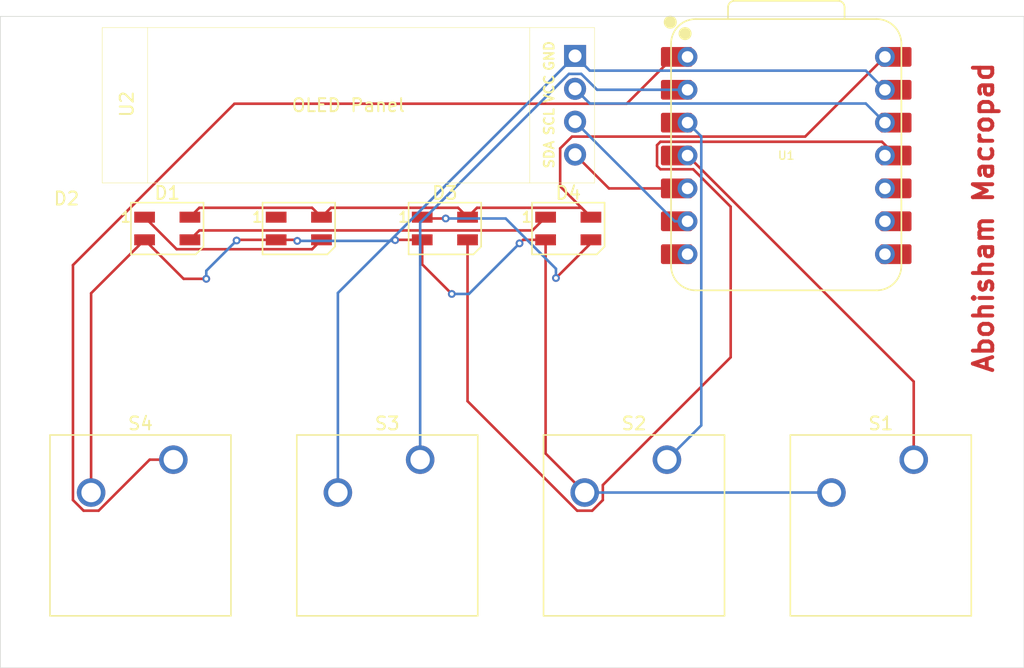
<source format=kicad_pcb>
(kicad_pcb (version 20241229) (generator "pcbnew") (generator_version "9.0")
  (layers (0 "F.Cu" signal) (2 "B.Cu" signal) (13 "F.Paste" user) (15 "B.Paste" user) (5 "F.SilkS" user "F.Silkscreen") (7 "B.SilkS" user "B.Silkscreen") (1 "F.Mask" user) (3 "B.Mask" user) (25 "Edge.Cuts" user))
  (net 0 "")
  (net 1 "GND")
  (net 2 "+5V")
  (net 3 "Net-(D1-DIN)")
  (net 4 "Net-(D1-DOUT)")
  (net 6 "Net-(D3-DOUT)")
  (net 7 "Net-(D3-DIN)")
  (net 8 "Net-(U1-GPIO29{slash}ADC3{slash}A3)")
  (net 9 "Net-(U1-GPIO28{slash}ADC2{slash}A2)")
  (net 10 "Net-(U1-GPIO27{slash}ADC1{slash}A1)")
  (net 11 "Net-(U1-GPIO26{slash}ADC0{slash}A0)")
  (net 14 "SDA")
  (net 15 "3V3")
  (net 18 "SCL")
  (footprint "LED_SMD:LED_SK6812MINI_PLCC4_3.5x3.5mm_P1.75mm" (layer "F.Cu") (at 173.83125 74.69375)
    (property "Reference" "D2" (at -17.93125 -2.30875 0) (layer "F.SilkS"))
    (property "Value" "SK6812MINI")
    (fp_line (start -2.8 -2) (end -2.8 2) (stroke (width 0.12)) (layer "F.SilkS"))
    (fp_line (start -2.8 -2) (end 2.8 -2) (stroke (width 0.12)) (layer "F.SilkS"))
    (fp_line (start -2.8 2) (end 2.2 2) (stroke (width 0.12)) (layer "F.SilkS"))
    (fp_line (start 2.8 1.4) (end 2.2 2) (stroke (width 0.12)) (layer "F.SilkS"))
    (fp_line (start 2.8 1.4) (end 2.8 -2) (stroke (width 0.12)) (layer "F.SilkS"))
    (fp_text user "1" (at -3.2 -0.875 0) (layer "F.SilkS") (effects (font (size 0.8 0.8))))
    (pad "1" smd rect (at -1.75 -0.875) (size 1.6 0.85) (layers "F.Cu" "F.Mask" "F.Paste"))
    (pad "2" smd rect (at -1.75 0.875) (size 1.6 0.85) (layers "F.Cu" "F.Mask" "F.Paste") (net 1 "GND"))
    (pad "3" smd rect (at 1.75 0.875) (size 1.6 0.85) (layers "F.Cu" "F.Mask" "F.Paste") (net 4 "Net-(D1-DOUT)"))
    (pad "4" smd rect (at 1.75 -0.875) (size 1.6 0.85) (layers "F.Cu" "F.Mask" "F.Paste") (net 2 "+5V"))
  )
  (footprint "LED_SMD:LED_SK6812MINI_PLCC4_3.5x3.5mm_P1.75mm" (layer "F.Cu") (at 185.10625 74.69375)
    (property "Reference" "D3" (at 0 -2.75 0) (layer "F.SilkS"))
    (property "Value" "SK6812MINI")
    (fp_line (start -2.8 -2) (end -2.8 2) (stroke (width 0.12)) (layer "F.SilkS"))
    (fp_line (start -2.8 -2) (end 2.8 -2) (stroke (width 0.12)) (layer "F.SilkS"))
    (fp_line (start -2.8 2) (end 2.2 2) (stroke (width 0.12)) (layer "F.SilkS"))
    (fp_line (start 2.8 1.4) (end 2.2 2) (stroke (width 0.12)) (layer "F.SilkS"))
    (fp_line (start 2.8 1.4) (end 2.8 -2) (stroke (width 0.12)) (layer "F.SilkS"))
    (fp_text user "1" (at -3.2 -0.875 0) (layer "F.SilkS") (effects (font (size 0.8 0.8))))
    (pad "1" smd rect (at -1.75 -0.875) (size 1.6 0.85) (layers "F.Cu" "F.Mask" "F.Paste") (net 6 "Net-(D3-DOUT)"))
    (pad "2" smd rect (at -1.75 0.875) (size 1.6 0.85) (layers "F.Cu" "F.Mask" "F.Paste") (net 1 "GND"))
    (pad "3" smd rect (at 1.75 0.875) (size 1.6 0.85) (layers "F.Cu" "F.Mask" "F.Paste") (net 7 "Net-(D3-DIN)"))
    (pad "4" smd rect (at 1.75 -0.875) (size 1.6 0.85) (layers "F.Cu" "F.Mask" "F.Paste") (net 2 "+5V"))
  )
  (footprint "LED_SMD:LED_SK6812MINI_PLCC4_3.5x3.5mm_P1.75mm" (layer "F.Cu") (at 163.675 74.69375)
    (property "Reference" "D1" (at 0 -2.75 0) (layer "F.SilkS"))
    (property "Value" "SK6812MINI")
    (fp_line (start -2.8 -2) (end -2.8 2) (stroke (width 0.12)) (layer "F.SilkS"))
    (fp_line (start -2.8 -2) (end 2.8 -2) (stroke (width 0.12)) (layer "F.SilkS"))
    (fp_line (start -2.8 2) (end 2.2 2) (stroke (width 0.12)) (layer "F.SilkS"))
    (fp_line (start 2.8 1.4) (end 2.2 2) (stroke (width 0.12)) (layer "F.SilkS"))
    (fp_line (start 2.8 1.4) (end 2.8 -2) (stroke (width 0.12)) (layer "F.SilkS"))
    (fp_text user "1" (at -3.2 -0.875 0) (layer "F.SilkS") (effects (font (size 0.8 0.8))))
    (pad "1" smd rect (at -1.75 -0.875) (size 1.6 0.85) (layers "F.Cu" "F.Mask" "F.Paste") (net 4 "Net-(D1-DOUT)"))
    (pad "2" smd rect (at -1.75 0.875) (size 1.6 0.85) (layers "F.Cu" "F.Mask" "F.Paste") (net 1 "GND"))
    (pad "3" smd rect (at 1.75 0.875) (size 1.6 0.85) (layers "F.Cu" "F.Mask" "F.Paste") (net 3 "Net-(D1-DIN)"))
    (pad "4" smd rect (at 1.75 -0.875) (size 1.6 0.85) (layers "F.Cu" "F.Mask" "F.Paste") (net 2 "+5V"))
  )
  (footprint "Button_Switch_Keyboard:SW_Cherry_MX_1.00u_PCB" (layer "F.Cu") (at 221.2975 92.55125)
    (property "Reference" "S1" (at -2.54 -2.794 0) (layer "F.SilkS"))
    (property "Value" "Sw-push")
    (fp_line (start -9.525 -1.905) (end 4.445 -1.905) (stroke (width 0.12)) (layer "F.SilkS"))
    (fp_line (start -9.525 12.065) (end -9.525 -1.905) (stroke (width 0.12)) (layer "F.SilkS"))
    (fp_line (start 4.445 -1.905) (end 4.445 12.065) (stroke (width 0.12)) (layer "F.SilkS"))
    (fp_line (start 4.445 12.065) (end -9.525 12.065) (stroke (width 0.12)) (layer "F.SilkS"))
    (pad "" np_thru_hole circle (at -7.62 5.08) (size 1.7 1.7) (drill 1.7) (layers "*.Cu" "*.Mask"))
    (pad "" np_thru_hole circle (at -2.54 5.08) (size 4 4) (drill 4) (layers "*.Cu" "*.Mask"))
    (pad "" np_thru_hole circle (at 2.54 5.08) (size 1.7 1.7) (drill 1.7) (layers "*.Cu" "*.Mask"))
    (pad "1" thru_hole circle (at 0 0) (size 2.2 2.2) (drill 1.5) (layers "*.Cu" "*.Mask") (net 8 "Net-(U1-GPIO29{slash}ADC3{slash}A3)"))
    (pad "2" thru_hole circle (at -6.35 2.54) (size 2.2 2.2) (drill 1.5) (layers "*.Cu" "*.Mask") (net 1 "GND"))
  )
  (footprint "Button_Switch_Keyboard:SW_Cherry_MX_1.00u_PCB" (layer "F.Cu") (at 202.2475 92.55125)
    (property "Reference" "S2" (at -2.54 -2.794 0) (layer "F.SilkS"))
    (property "Value" "SW-Push")
    (fp_line (start -9.525 -1.905) (end 4.445 -1.905) (stroke (width 0.12)) (layer "F.SilkS"))
    (fp_line (start -9.525 12.065) (end -9.525 -1.905) (stroke (width 0.12)) (layer "F.SilkS"))
    (fp_line (start 4.445 -1.905) (end 4.445 12.065) (stroke (width 0.12)) (layer "F.SilkS"))
    (fp_line (start 4.445 12.065) (end -9.525 12.065) (stroke (width 0.12)) (layer "F.SilkS"))
    (pad "" np_thru_hole circle (at -7.62 5.08) (size 1.7 1.7) (drill 1.7) (layers "*.Cu" "*.Mask"))
    (pad "" np_thru_hole circle (at -2.54 5.08) (size 4 4) (drill 4) (layers "*.Cu" "*.Mask"))
    (pad "" np_thru_hole circle (at 2.54 5.08) (size 1.7 1.7) (drill 1.7) (layers "*.Cu" "*.Mask"))
    (pad "1" thru_hole circle (at 0 0) (size 2.2 2.2) (drill 1.5) (layers "*.Cu" "*.Mask") (net 9 "Net-(U1-GPIO28{slash}ADC2{slash}A2)"))
    (pad "2" thru_hole circle (at -6.35 2.54) (size 2.2 2.2) (drill 1.5) (layers "*.Cu" "*.Mask") (net 1 "GND"))
  )
  (footprint "LED_SMD:LED_SK6812MINI_PLCC4_3.5x3.5mm_P1.75mm" (layer "F.Cu") (at 194.63125 74.69375)
    (property "Reference" "D4" (at 0 -2.75 0) (layer "F.SilkS"))
    (property "Value" "SK6812MINI")
    (fp_line (start -2.8 -2) (end -2.8 2) (stroke (width 0.12)) (layer "F.SilkS"))
    (fp_line (start -2.8 -2) (end 2.8 -2) (stroke (width 0.12)) (layer "F.SilkS"))
    (fp_line (start -2.8 2) (end 2.2 2) (stroke (width 0.12)) (layer "F.SilkS"))
    (fp_line (start 2.8 1.4) (end 2.2 2) (stroke (width 0.12)) (layer "F.SilkS"))
    (fp_line (start 2.8 1.4) (end 2.8 -2) (stroke (width 0.12)) (layer "F.SilkS"))
    (fp_text user "1" (at -3.2 -0.875 0) (layer "F.SilkS") (effects (font (size 0.8 0.8))))
    (pad "1" smd rect (at -1.75 -0.875) (size 1.6 0.85) (layers "F.Cu" "F.Mask" "F.Paste") (net 3 "Net-(D1-DIN)"))
    (pad "2" smd rect (at -1.75 0.875) (size 1.6 0.85) (layers "F.Cu" "F.Mask" "F.Paste") (net 1 "GND"))
    (pad "3" smd rect (at 1.75 0.875) (size 1.6 0.85) (layers "F.Cu" "F.Mask" "F.Paste") (net 6 "Net-(D3-DOUT)"))
    (pad "4" smd rect (at 1.75 -0.875) (size 1.6 0.85) (layers "F.Cu" "F.Mask" "F.Paste") (net 2 "+5V"))
  )
  (footprint "Seeed Studio XIAO Series Library:XIAO-RP2040-DIP" (layer "F.Cu") (at 211.455 69.05625)
    (property "Reference" "U1" (at 0 0 0) (layer "F.SilkS") (effects (font (size 0.635 0.635) (thickness 0.1016))))
    (property "Value" "XIAO-RP2040-DIP")
    (fp_line (start -8.89 8.509) (end -8.89 -8.636) (stroke (width 0.127)) (layer "F.SilkS"))
    (fp_line (start -6.985 10.414) (end 6.985 10.414) (stroke (width 0.127)) (layer "F.SilkS"))
    (fp_line (start -4.495 -10.541) (end -4.491272 -11.451272) (stroke (width 0.127)) (layer "F.SilkS"))
    (fp_line (start -3.991272 -11.951) (end 4.004 -11.951) (stroke (width 0.127)) (layer "F.SilkS"))
    (fp_line (start 4.504 -11.451) (end 4.504 -10.541) (stroke (width 0.127)) (layer "F.SilkS"))
    (fp_line (start 6.985 -10.541) (end -6.985 -10.541) (stroke (width 0.1)) (layer "F.SilkS"))
    (fp_line (start 6.985 -10.541) (end -6.985 -10.541) (stroke (width 0.127)) (layer "F.SilkS"))
    (fp_line (start 8.89 8.509) (end 8.89 -8.636) (stroke (width 0.127)) (layer "F.SilkS"))
    (fp_arc (start -8.89 -8.636) (mid -8.332038 -9.983038) (end -6.985 -10.541) (stroke (width 0.127)) (layer "F.SilkS"))
    (fp_arc (start -6.985 10.414) (mid -8.332038 9.856038) (end -8.89 8.509) (stroke (width 0.127)) (layer "F.SilkS"))
    (fp_arc (start -4.491272 -11.451272) (mid -4.344728 -11.80464) (end -3.991272 -11.951) (stroke (width 0.127)) (layer "F.SilkS"))
    (fp_arc (start 4.004 -11.951) (mid 4.357553 -11.804553) (end 4.504 -11.451) (stroke (width 0.127)) (layer "F.SilkS"))
    (fp_arc (start 6.985 -10.541) (mid 8.332038 -9.983038) (end 8.89 -8.636) (stroke (width 0.127)) (layer "F.SilkS"))
    (fp_arc (start 8.89 8.509) (mid 8.332038 9.856038) (end 6.985 10.414) (stroke (width 0.127)) (layer "F.SilkS"))
    (fp_circle (center -8.95 -10.3) (end -8.95 -10.554) (stroke (width 0.5)) (fill yes) (layer "F.SilkS"))
    (fp_circle (center -7.807 -9.42) (end -7.807 -9.674) (stroke (width 0.5)) (fill yes) (layer "F.SilkS"))
    (pad "1" smd roundrect (at -8.455 -7.62 180) (size 2.432 1.524) (layers "F.Cu" "F.Mask") (roundrect_rratio 0.1) (net 11 "Net-(U1-GPIO26{slash}ADC0{slash}A0)"))
    (pad "1" thru_hole circle (at -7.62 -7.62 180) (size 1.524 1.524) (drill 0.889) (layers "*.Cu" "*.Mask") (net 11 "Net-(U1-GPIO26{slash}ADC0{slash}A0)"))
    (pad "2" smd roundrect (at -8.455 -5.08 180) (size 2.432 1.524) (layers "F.Cu" "F.Mask") (roundrect_rratio 0.1) (net 10 "Net-(U1-GPIO27{slash}ADC1{slash}A1)"))
    (pad "2" thru_hole circle (at -7.62 -5.08 180) (size 1.524 1.524) (drill 0.889) (layers "*.Cu" "*.Mask") (net 10 "Net-(U1-GPIO27{slash}ADC1{slash}A1)"))
    (pad "3" smd roundrect (at -8.455 -2.54 180) (size 2.432 1.524) (layers "F.Cu" "F.Mask") (roundrect_rratio 0.1) (net 9 "Net-(U1-GPIO28{slash}ADC2{slash}A2)"))
    (pad "3" thru_hole circle (at -7.62 -2.54 180) (size 1.524 1.524) (drill 0.889) (layers "*.Cu" "*.Mask") (net 9 "Net-(U1-GPIO28{slash}ADC2{slash}A2)"))
    (pad "4" smd roundrect (at -8.455 0 180) (size 2.432 1.524) (layers "F.Cu" "F.Mask") (roundrect_rratio 0.1) (net 8 "Net-(U1-GPIO29{slash}ADC3{slash}A3)"))
    (pad "4" thru_hole circle (at -7.62 0 180) (size 1.524 1.524) (drill 0.889) (layers "*.Cu" "*.Mask") (net 8 "Net-(U1-GPIO29{slash}ADC3{slash}A3)"))
    (pad "5" smd roundrect (at -8.455 2.54 180) (size 2.432 1.524) (layers "F.Cu" "F.Mask") (roundrect_rratio 0.1) (net 14 "SDA"))
    (pad "5" thru_hole circle (at -7.62 2.54 180) (size 1.524 1.524) (drill 0.889) (layers "*.Cu" "*.Mask") (net 14 "SDA"))
    (pad "6" smd roundrect (at -8.455 5.08 180) (size 2.432 1.524) (layers "F.Cu" "F.Mask") (roundrect_rratio 0.1) (net 18 "SCL"))
    (pad "6" thru_hole circle (at -7.62 5.08 180) (size 1.524 1.524) (drill 0.889) (layers "*.Cu" "*.Mask") (net 18 "SCL"))
    (pad "7" smd roundrect (at -8.455 7.62 180) (size 2.432 1.524) (layers "F.Cu" "F.Mask") (roundrect_rratio 0.1))
    (pad "7" thru_hole circle (at -7.62 7.62 180) (size 1.524 1.524) (drill 0.889) (layers "*.Cu" "*.Mask"))
    (pad "8" thru_hole circle (at 7.62 7.62) (size 1.524 1.524) (drill 0.889) (layers "*.Cu" "*.Mask"))
    (pad "8" smd roundrect (at 8.455 7.62) (size 2.432 1.524) (layers "F.Cu" "F.Mask") (roundrect_rratio 0.1))
    (pad "9" thru_hole circle (at 7.62 5.08) (size 1.524 1.524) (drill 0.889) (layers "*.Cu" "*.Mask"))
    (pad "9" smd roundrect (at 8.455 5.08) (size 2.432 1.524) (layers "F.Cu" "F.Mask") (roundrect_rratio 0.1))
    (pad "10" thru_hole circle (at 7.62 2.54) (size 1.524 1.524) (drill 0.889) (layers "*.Cu" "*.Mask"))
    (pad "10" smd roundrect (at 8.455 2.54) (size 2.432 1.524) (layers "F.Cu" "F.Mask") (roundrect_rratio 0.1))
    (pad "11" thru_hole circle (at 7.62 0) (size 1.524 1.524) (drill 0.889) (layers "*.Cu" "*.Mask") (net 7 "Net-(D3-DIN)"))
    (pad "11" smd roundrect (at 8.455 0) (size 2.432 1.524) (layers "F.Cu" "F.Mask") (roundrect_rratio 0.1) (net 7 "Net-(D3-DIN)"))
    (pad "12" thru_hole circle (at 7.62 -2.54) (size 1.524 1.524) (drill 0.889) (layers "*.Cu" "*.Mask") (net 15 "3V3"))
    (pad "12" smd roundrect (at 8.455 -2.54) (size 2.432 1.524) (layers "F.Cu" "F.Mask") (roundrect_rratio 0.1) (net 15 "3V3"))
    (pad "13" thru_hole circle (at 7.62 -5.08) (size 1.524 1.524) (drill 0.889) (layers "*.Cu" "*.Mask") (net 1 "GND"))
    (pad "13" smd roundrect (at 8.455 -5.08) (size 2.432 1.524) (layers "F.Cu" "F.Mask") (roundrect_rratio 0.1) (net 1 "GND"))
    (pad "14" thru_hole circle (at 7.62 -7.62) (size 1.524 1.524) (drill 0.889) (layers "*.Cu" "*.Mask") (net 2 "+5V"))
    (pad "14" smd roundrect (at 8.455 -7.62) (size 2.432 1.524) (layers "F.Cu" "F.Mask") (roundrect_rratio 0.1) (net 2 "+5V"))
  )
  (footprint "Button_Switch_Keyboard:SW_Cherry_MX_1.00u_PCB" (layer "F.Cu") (at 183.1975 92.55125)
    (property "Reference" "S3" (at -2.54 -2.794 0) (layer "F.SilkS"))
    (property "Value" "SW-push")
    (fp_line (start -9.525 -1.905) (end 4.445 -1.905) (stroke (width 0.12)) (layer "F.SilkS"))
    (fp_line (start -9.525 12.065) (end -9.525 -1.905) (stroke (width 0.12)) (layer "F.SilkS"))
    (fp_line (start 4.445 -1.905) (end 4.445 12.065) (stroke (width 0.12)) (layer "F.SilkS"))
    (fp_line (start 4.445 12.065) (end -9.525 12.065) (stroke (width 0.12)) (layer "F.SilkS"))
    (pad "" np_thru_hole circle (at -7.62 5.08) (size 1.7 1.7) (drill 1.7) (layers "*.Cu" "*.Mask"))
    (pad "" np_thru_hole circle (at -2.54 5.08) (size 4 4) (drill 4) (layers "*.Cu" "*.Mask"))
    (pad "" np_thru_hole circle (at 2.54 5.08) (size 1.7 1.7) (drill 1.7) (layers "*.Cu" "*.Mask"))
    (pad "1" thru_hole circle (at 0 0) (size 2.2 2.2) (drill 1.5) (layers "*.Cu" "*.Mask") (net 10 "Net-(U1-GPIO27{slash}ADC1{slash}A1)"))
    (pad "2" thru_hole circle (at -6.35 2.54) (size 2.2 2.2) (drill 1.5) (layers "*.Cu" "*.Mask") (net 1 "GND"))
  )
  (footprint "Button_Switch_Keyboard:SW_Cherry_MX_1.00u_PCB" (layer "F.Cu") (at 164.1475 92.55125)
    (property "Reference" "S4" (at -2.54 -2.794 0) (layer "F.SilkS"))
    (property "Value" "Sw-push")
    (fp_line (start -9.525 -1.905) (end 4.445 -1.905) (stroke (width 0.12)) (layer "F.SilkS"))
    (fp_line (start -9.525 12.065) (end -9.525 -1.905) (stroke (width 0.12)) (layer "F.SilkS"))
    (fp_line (start 4.445 -1.905) (end 4.445 12.065) (stroke (width 0.12)) (layer "F.SilkS"))
    (fp_line (start 4.445 12.065) (end -9.525 12.065) (stroke (width 0.12)) (layer "F.SilkS"))
    (pad "" np_thru_hole circle (at -7.62 5.08) (size 1.7 1.7) (drill 1.7) (layers "*.Cu" "*.Mask"))
    (pad "" np_thru_hole circle (at -2.54 5.08) (size 4 4) (drill 4) (layers "*.Cu" "*.Mask"))
    (pad "" np_thru_hole circle (at 2.54 5.08) (size 1.7 1.7) (drill 1.7) (layers "*.Cu" "*.Mask"))
    (pad "1" thru_hole circle (at 0 0) (size 2.2 2.2) (drill 1.5) (layers "*.Cu" "*.Mask") (net 11 "Net-(U1-GPIO26{slash}ADC0{slash}A0)"))
    (pad "2" thru_hole circle (at -6.35 2.54) (size 2.2 2.2) (drill 1.5) (layers "*.Cu" "*.Mask") (net 1 "GND"))
  )
  (footprint "oled footprint:SSD1306-0.91-OLED-4pin-128x32" (layer "F.Cu") (at 158.65625 59.1725)
    (property "Reference" "U2" (at 1.9 5.91 90) (layer "F.SilkS"))
    (property "Value" "DM-OLED096-636")
    (fp_line (start 0 0) (end 0 12) (stroke (width 0.04)) (layer "F.SilkS"))
    (fp_line (start 0 12) (end 38 12) (stroke (width 0.04)) (layer "F.SilkS"))
    (fp_line (start 3.5 0) (end 3.5 12) (stroke (width 0.04)) (layer "F.SilkS"))
    (fp_line (start 33 0) (end 33 12) (stroke (width 0.04)) (layer "F.SilkS"))
    (fp_line (start 38 0) (end 0 0) (stroke (width 0.04)) (layer "F.SilkS"))
    (fp_line (start 38 12) (end 38 0) (stroke (width 0.04)) (layer "F.SilkS"))
    (fp_text user "VCC" (at 34.5 4.73 270) (layer "F.SilkS") (effects (font (size 0.75 0.75))))
    (fp_text user "SCL" (at 34.5 7.27 270) (layer "F.SilkS") (effects (font (size 0.75 0.75))))
    (fp_text user "OLED Panel" (at 19 6 0) (layer "F.SilkS"))
    (fp_text user "GND" (at 34.5 2.19 270) (layer "F.SilkS") (effects (font (size 0.75 0.75))))
    (fp_text user "SDA" (at 34.5 9.81 270) (layer "F.SilkS") (effects (font (size 0.75 0.75))))
    (pad "1" thru_hole rect (at 36.5 2.19) (size 1.7 1.7) (drill 1) (layers "*.Cu" "*.Mask") (net 1 "GND"))
    (pad "2" thru_hole oval (at 36.5 4.73) (size 1.7 1.7) (drill 1) (layers "*.Cu" "*.Mask") (net 15 "3V3"))
    (pad "3" thru_hole oval (at 36.5 7.27) (size 1.7 1.7) (drill 1) (layers "*.Cu" "*.Mask") (net 18 "SCL"))
    (pad "4" thru_hole oval (at 36.5 9.81) (size 1.7 1.7) (drill 1) (layers "*.Cu" "*.Mask") (net 14 "SDA"))
  )
  (gr_rect (start 150.79 58.31) (end 229.81 108.62) (stroke (width 0.05)) (fill no) (layer "Edge.Cuts"))
  (gr_text "Abohisham Macropad" (at 227.56 85.97 90) (layer "F.Cu") (effects (font (size 1.5 1.5) (thickness 0.3) (bold yes)) (justify left bottom)))
  (segment (start 192.88125 92.075) (end 192.88125 75.56875) (width 0.2) (layer "F.Cu") (net 1))
  (segment (start 169.08125 75.56875) (end 172.08125 75.56875) (width 0.2) (layer "F.Cu") (net 1))
  (segment (start 190.87 75.84) (end 191.14125 75.56875) (width 0.2) (layer "F.Cu") (net 1))
  (segment (start 161.925 75.56875) (end 164.9375 78.58125) (width 0.2) (layer "F.Cu") (net 1))
  (segment (start 157.7975 79.69625) (end 161.925 75.56875) (width 0.2) (layer "F.Cu") (net 1))
  (segment (start 183.35625 77.46625) (end 185.64 79.75) (width 0.2) (layer "F.Cu") (net 1))
  (segment (start 157.7975 95.09125) (end 157.7975 79.69625) (width 0.2) (layer "F.Cu") (net 1))
  (segment (start 183.35625 75.56875) (end 183.35625 77.46625) (width 0.2) (layer "F.Cu") (net 1))
  (segment (start 195.8975 95.09125) (end 192.88125 92.075) (width 0.2) (layer "F.Cu") (net 1))
  (segment (start 169.03 75.62) (end 169.08125 75.56875) (width 0.2) (layer "F.Cu") (net 1))
  (segment (start 172.08125 75.56875) (end 173.62875 75.56875) (width 0.2) (layer "F.Cu") (net 1))
  (segment (start 181.27 75.59) (end 181.29125 75.56875) (width 0.2) (layer "F.Cu") (net 1))
  (segment (start 181.29125 75.56875) (end 183.35625 75.56875) (width 0.2) (layer "F.Cu") (net 1))
  (segment (start 173.62875 75.56875) (end 173.71 75.65) (width 0.2) (layer "F.Cu") (net 1))
  (segment (start 191.14125 75.56875) (end 192.88125 75.56875) (width 0.2) (layer "F.Cu") (net 1))
  (segment (start 164.9375 78.58125) (end 166.6875 78.58125) (width 0.2) (layer "F.Cu") (net 1))
  (via (at 166.6875 78.58125) (size 0.6) (drill 0.3) (layers "F.Cu" "B.Cu") (net 1))
  (via (at 173.71 75.65) (size 0.6) (drill 0.3) (layers "F.Cu" "B.Cu") (net 1))
  (via (at 190.87 75.84) (size 0.6) (drill 0.3) (layers "F.Cu" "B.Cu") (net 1))
  (via (at 169.03 75.62) (size 0.6) (drill 0.3) (layers "F.Cu" "B.Cu") (net 1))
  (via (at 181.27 75.59) (size 0.6) (drill 0.3) (layers "F.Cu" "B.Cu") (net 1))
  (via (at 185.64 79.75) (size 0.6) (drill 0.3) (layers "F.Cu" "B.Cu") (net 1))
  (segment (start 195.15625 61.3625) (end 196.293 62.49925) (width 0.2) (layer "B.Cu") (net 1))
  (segment (start 166.6875 78.58125) (end 166.6875 77.9625) (width 0.2) (layer "B.Cu") (net 1))
  (segment (start 166.6875 77.9625) (end 169.03 75.62) (width 0.2) (layer "B.Cu") (net 1))
  (segment (start 173.71 75.65) (end 181.21 75.65) (width 0.2) (layer "B.Cu") (net 1))
  (segment (start 176.8475 95.09125) (end 176.8475 79.67125) (width 0.2) (layer "B.Cu") (net 1))
  (segment (start 176.8475 79.67125) (end 195.15625 61.3625) (width 0.2) (layer "B.Cu") (net 1))
  (segment (start 196.293 62.49925) (end 217.598 62.49925) (width 0.2) (layer "B.Cu") (net 1))
  (segment (start 186.96 79.75) (end 190.87 75.84) (width 0.2) (layer "B.Cu") (net 1))
  (segment (start 214.9475 95.09125) (end 195.8975 95.09125) (width 0.2) (layer "B.Cu") (net 1))
  (segment (start 181.21 75.65) (end 181.27 75.59) (width 0.2) (layer "B.Cu") (net 1))
  (segment (start 185.64 79.75) (end 186.96 79.75) (width 0.2) (layer "B.Cu") (net 1))
  (segment (start 217.598 62.49925) (end 219.075 63.97625) (width 0.2) (layer "B.Cu") (net 1))
  (segment (start 187.58225 73.09275) (end 195.65525 73.09275) (width 0.2) (layer "F.Cu") (net 2))
  (segment (start 174.85525 73.09275) (end 175.58125 73.81875) (width 0.2) (layer "F.Cu") (net 2))
  (segment (start 194.91749 67.5935) (end 212.91775 67.5935) (width 0.2) (layer "F.Cu") (net 2))
  (segment (start 166.151 73.09275) (end 174.85525 73.09275) (width 0.2) (layer "F.Cu") (net 2))
  (segment (start 196.38125 73.81875) (end 194.00525 71.44275) (width 0.2) (layer "F.Cu") (net 2))
  (segment (start 194.00525 71.44275) (end 194.00525 68.50574) (width 0.2) (layer "F.Cu") (net 2))
  (segment (start 212.91775 67.5935) (end 219.075 61.43625) (width 0.2) (layer "F.Cu") (net 2))
  (segment (start 165.425 73.81875) (end 166.151 73.09275) (width 0.2) (layer "F.Cu") (net 2))
  (segment (start 186.85625 73.81875) (end 187.58225 73.09275) (width 0.2) (layer "F.Cu") (net 2))
  (segment (start 195.65525 73.09275) (end 196.38125 73.81875) (width 0.2) (layer "F.Cu") (net 2))
  (segment (start 175.58125 73.81875) (end 176.30725 73.09275) (width 0.2) (layer "F.Cu") (net 2))
  (segment (start 176.30725 73.09275) (end 186.13025 73.09275) (width 0.2) (layer "F.Cu") (net 2))
  (segment (start 186.13025 73.09275) (end 186.85625 73.81875) (width 0.2) (layer "F.Cu") (net 2))
  (segment (start 194.00525 68.50574) (end 194.91749 67.5935) (width 0.2) (layer "F.Cu") (net 2))
  (segment (start 166.151 74.84275) (end 191.85725 74.84275) (width 0.2) (layer "F.Cu") (net 3))
  (segment (start 165.425 75.56875) (end 166.151 74.84275) (width 0.2) (layer "F.Cu") (net 3))
  (segment (start 191.85725 74.84275) (end 192.88125 73.81875) (width 0.2) (layer "F.Cu") (net 3))
  (segment (start 161.925 73.81875) (end 164.401 76.29475) (width 0.2) (layer "F.Cu") (net 4))
  (segment (start 164.401 76.29475) (end 174.85525 76.29475) (width 0.2) (layer "F.Cu") (net 4))
  (segment (start 174.85525 76.29475) (end 175.58125 75.56875) (width 0.2) (layer "F.Cu") (net 4))
  (segment (start 183.4575 73.92) (end 183.35625 73.81875) (width 0.2) (layer "F.Cu") (net 6))
  (segment (start 196.38125 75.81875) (end 193.68 78.52) (width 0.2) (layer "F.Cu") (net 6))
  (segment (start 196.38125 75.56875) (end 196.38125 75.81875) (width 0.2) (layer "F.Cu") (net 6))
  (segment (start 185.17 73.92) (end 183.4575 73.92) (width 0.2) (layer "F.Cu") (net 6))
  (via (at 185.17 73.92) (size 0.6) (drill 0.3) (layers "F.Cu" "B.Cu") (net 6))
  (via (at 193.68 78.52) (size 0.6) (drill 0.3) (layers "F.Cu" "B.Cu") (net 6))
  (segment (start 189.799943 73.92) (end 185.17 73.92) (width 0.2) (layer "B.Cu") (net 6))
  (segment (start 193.68 77.800057) (end 189.799943 73.92) (width 0.2) (layer "B.Cu") (net 6))
  (segment (start 193.68 78.52) (end 193.68 77.800057) (width 0.2) (layer "B.Cu") (net 6))
  (segment (start 195.317186 96.49225) (end 196.477814 96.49225) (width 0.2) (layer "F.Cu") (net 7))
  (segment (start 196.477814 96.49225) (end 197.2985 95.671564) (width 0.2) (layer "F.Cu") (net 7))
  (segment (start 197.2985 94.510936) (end 207.16875 84.640686) (width 0.2) (layer "F.Cu") (net 7))
  (segment (start 201.483 69.857876) (end 201.483 68.254624) (width 0.2) (layer "F.Cu") (net 7))
  (segment (start 186.85625 88.031314) (end 195.317186 96.49225) (width 0.2) (layer "F.Cu") (net 7))
  (segment (start 204.27531 70.11925) (end 201.744374 70.11925) (width 0.2) (layer "F.Cu") (net 7))
  (segment (start 201.744374 67.99325) (end 218.847 67.99325) (width 0.2) (layer "F.Cu") (net 7))
  (segment (start 201.744374 70.11925) (end 201.483 69.857876) (width 0.2) (layer "F.Cu") (net 7))
  (segment (start 218.847 67.99325) (end 219.91 69.05625) (width 0.2) (layer "F.Cu") (net 7))
  (segment (start 197.2985 95.671564) (end 197.2985 94.510936) (width 0.2) (layer "F.Cu") (net 7))
  (segment (start 207.16875 84.640686) (end 207.16875 73.01269) (width 0.2) (layer "F.Cu") (net 7))
  (segment (start 207.16875 73.01269) (end 204.27531 70.11925) (width 0.2) (layer "F.Cu") (net 7))
  (segment (start 201.483 68.254624) (end 201.744374 67.99325) (width 0.2) (layer "F.Cu") (net 7))
  (segment (start 186.85625 75.56875) (end 186.85625 88.031314) (width 0.2) (layer "F.Cu") (net 7))
  (segment (start 221.2975 86.51875) (end 203.835 69.05625) (width 0.2) (layer "F.Cu") (net 8))
  (segment (start 221.2975 92.55125) (end 221.2975 86.51875) (width 0.2) (layer "F.Cu") (net 8))
  (segment (start 204.898 89.90075) (end 204.898 67.57925) (width 0.2) (layer "B.Cu") (net 9))
  (segment (start 202.2475 92.55125) (end 204.898 89.90075) (width 0.2) (layer "B.Cu") (net 9))
  (segment (start 204.898 67.57925) (end 203.835 66.51625) (width 0.2) (layer "B.Cu") (net 9))
  (segment (start 183.1975 92.55125) (end 183.1975 74.23349) (width 0.2) (layer "B.Cu") (net 10))
  (segment (start 183.1975 74.23349) (end 194.67949 62.7515) (width 0.2) (layer "B.Cu") (net 10))
  (segment (start 196.85776 63.97625) (end 203.835 63.97625) (width 0.2) (layer "B.Cu") (net 10))
  (segment (start 194.67949 62.7515) (end 195.63301 62.7515) (width 0.2) (layer "B.Cu") (net 10))
  (segment (start 195.63301 62.7515) (end 196.85776 63.97625) (width 0.2) (layer "B.Cu") (net 10))
  (segment (start 162.318814 92.55125) (end 158.377814 96.49225) (width 0.2) (layer "F.Cu") (net 11))
  (segment (start 199.14012 65.0535) (end 202.75737 61.43625) (width 0.2) (layer "F.Cu") (net 11))
  (segment (start 158.377814 96.49225) (end 157.217186 96.49225) (width 0.2) (layer "F.Cu") (net 11))
  (segment (start 157.217186 96.49225) (end 156.3965 95.671564) (width 0.2) (layer "F.Cu") (net 11))
  (segment (start 156.3965 95.671564) (end 156.3965 77.52025) (width 0.2) (layer "F.Cu") (net 11))
  (segment (start 156.3965 77.52025) (end 168.86325 65.0535) (width 0.2) (layer "F.Cu") (net 11))
  (segment (start 168.86325 65.0535) (end 199.14012 65.0535) (width 0.2) (layer "F.Cu") (net 11))
  (segment (start 164.1475 92.55125) (end 162.318814 92.55125) (width 0.2) (layer "F.Cu") (net 11))
  (segment (start 202.75737 61.43625) (end 203.835 61.43625) (width 0.2) (layer "F.Cu") (net 11))
  (segment (start 195.15625 68.9825) (end 197.77 71.59625) (width 0.2) (layer "F.Cu") (net 14))
  (segment (start 197.77 71.59625) (end 203.835 71.59625) (width 0.2) (layer "F.Cu") (net 14))
  (segment (start 195.15625 63.9025) (end 196.293 65.03925) (width 0.2) (layer "B.Cu") (net 15))
  (segment (start 217.598 65.03925) (end 219.075 66.51625) (width 0.2) (layer "B.Cu") (net 15))
  (segment (start 196.293 65.03925) (end 217.598 65.03925) (width 0.2) (layer "B.Cu") (net 15))
  (segment (start 195.15625 66.4425) (end 202.85 74.13625) (width 0.2) (layer "B.Cu") (net 18))
  (segment (start 202.85 74.13625) (end 203.835 74.13625) (width 0.2) (layer "B.Cu") (net 18))
)
</source>
